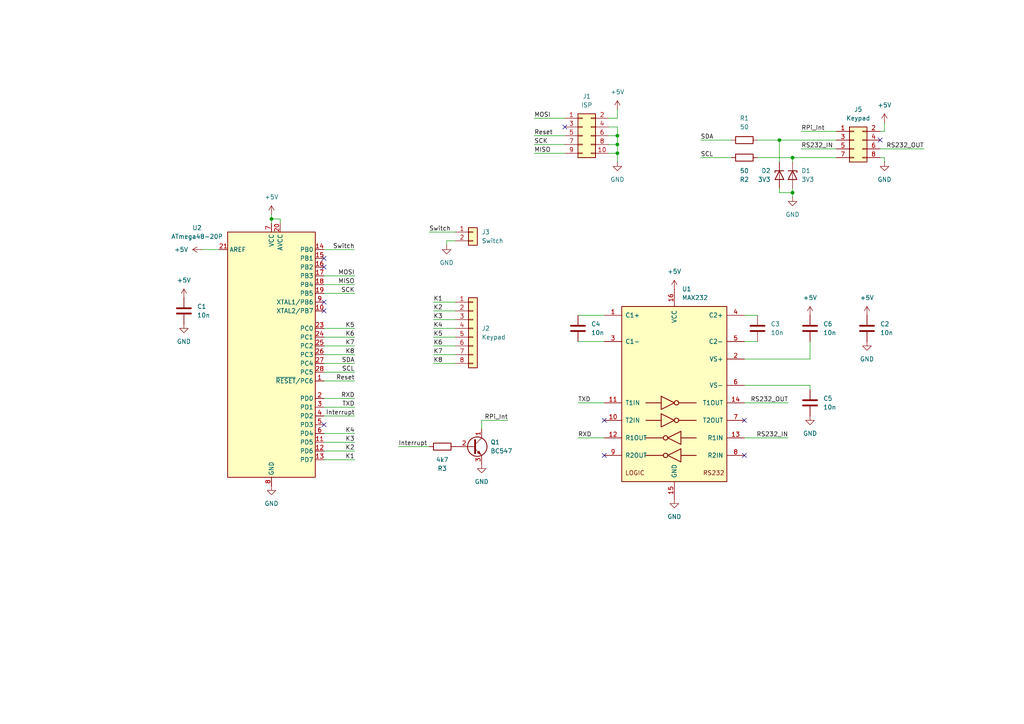
<source format=kicad_sch>
(kicad_sch (version 20231120) (generator "eeschema") (generator_version "8.0")
  (paper "A4")
  (lib_symbols
    (symbol "Connector_Generic:Conn_01x02" (pin_names (offset 1.016) hide)
      (property "Reference" "J" (at 0 2.54 0))
      (property "Value" "Conn_01x02" (at 0 -5.08 0))
      (symbol "Conn_01x02_1_1"
        (rectangle (start -1.27 -2.413) (end 0 -2.667) (stroke (width 0.1524)))
        (rectangle (start -1.27 0.127) (end 0 -0.127) (stroke (width 0.1524)))
        (rectangle (start -1.27 1.27) (end 1.27 -3.81) (stroke (width 0.254)) (fill (type background)))
        (pin passive line (at -5.08 0 0) (length 3.81) (name "Pin_1") (number "1"))
        (pin passive line (at -5.08 -2.54 0) (length 3.81) (name "Pin_2") (number "2"))
      )
    )
    (symbol "Connector_Generic:Conn_01x08" (pin_names (offset 1.016) hide)
      (property "Reference" "J" (at 0 10.16 0))
      (property "Value" "Conn_01x08" (at 0 -12.7 0))
      (symbol "Conn_01x08_1_1"
        (rectangle (start -1.27 -10.033) (end 0 -10.287) (stroke (width 0.1524)))
        (rectangle (start -1.27 -7.493) (end 0 -7.747) (stroke (width 0.1524)))
        (rectangle (start -1.27 -4.953) (end 0 -5.207) (stroke (width 0.1524)))
        (rectangle (start -1.27 -2.413) (end 0 -2.667) (stroke (width 0.1524)))
        (rectangle (start -1.27 0.127) (end 0 -0.127) (stroke (width 0.1524)))
        (rectangle (start -1.27 2.667) (end 0 2.413) (stroke (width 0.1524)))
        (rectangle (start -1.27 5.207) (end 0 4.953) (stroke (width 0.1524)))
        (rectangle (start -1.27 7.747) (end 0 7.493) (stroke (width 0.1524)))
        (rectangle (start -1.27 8.89) (end 1.27 -11.43) (stroke (width 0.254)) (fill (type background)))
        (pin passive line (at -5.08 7.62 0) (length 3.81) (name "Pin_1") (number "1"))
        (pin passive line (at -5.08 5.08 0) (length 3.81) (name "Pin_2") (number "2"))
        (pin passive line (at -5.08 2.54 0) (length 3.81) (name "Pin_3") (number "3"))
        (pin passive line (at -5.08 0 0) (length 3.81) (name "Pin_4") (number "4"))
        (pin passive line (at -5.08 -2.54 0) (length 3.81) (name "Pin_5") (number "5"))
        (pin passive line (at -5.08 -5.08 0) (length 3.81) (name "Pin_6") (number "6"))
        (pin passive line (at -5.08 -7.62 0) (length 3.81) (name "Pin_7") (number "7"))
        (pin passive line (at -5.08 -10.16 0) (length 3.81) (name "Pin_8") (number "8"))
      )
    )
    (symbol "Connector_Generic:Conn_02x04_Odd_Even" (pin_names (offset 1.016) hide)
      (property "Reference" "J" (at 1.27 5.08 0))
      (property "Value" "Conn_02x04_Odd_Even" (at 1.27 -7.62 0))
      (symbol "Conn_02x04_Odd_Even_1_1"
        (rectangle (start -1.27 -4.953) (end 0 -5.207) (stroke (width 0.1524)))
        (rectangle (start -1.27 -2.413) (end 0 -2.667) (stroke (width 0.1524)))
        (rectangle (start -1.27 0.127) (end 0 -0.127) (stroke (width 0.1524)))
        (rectangle (start -1.27 2.667) (end 0 2.413) (stroke (width 0.1524)))
        (rectangle (start -1.27 3.81) (end 3.81 -6.35) (stroke (width 0.254)) (fill (type background)))
        (rectangle (start 3.81 -4.953) (end 2.54 -5.207) (stroke (width 0.1524)))
        (rectangle (start 3.81 -2.413) (end 2.54 -2.667) (stroke (width 0.1524)))
        (rectangle (start 3.81 0.127) (end 2.54 -0.127) (stroke (width 0.1524)))
        (rectangle (start 3.81 2.667) (end 2.54 2.413) (stroke (width 0.1524)))
        (pin passive line (at -5.08 2.54 0) (length 3.81) (name "Pin_1") (number "1"))
        (pin passive line (at 7.62 2.54 180) (length 3.81) (name "Pin_2") (number "2"))
        (pin passive line (at -5.08 0 0) (length 3.81) (name "Pin_3") (number "3"))
        (pin passive line (at 7.62 0 180) (length 3.81) (name "Pin_4") (number "4"))
        (pin passive line (at -5.08 -2.54 0) (length 3.81) (name "Pin_5") (number "5"))
        (pin passive line (at 7.62 -2.54 180) (length 3.81) (name "Pin_6") (number "6"))
        (pin passive line (at -5.08 -5.08 0) (length 3.81) (name "Pin_7") (number "7"))
        (pin passive line (at 7.62 -5.08 180) (length 3.81) (name "Pin_8") (number "8"))
      )
    )
    (symbol "Connector_Generic:Conn_02x05_Odd_Even" (pin_names (offset 1.016) hide)
      (property "Reference" "J" (at 1.27 7.62 0))
      (property "Value" "Conn_02x05_Odd_Even" (at 1.27 -7.62 0))
      (symbol "Conn_02x05_Odd_Even_1_1"
        (rectangle (start -1.27 -4.953) (end 0 -5.207) (stroke (width 0.1524)))
        (rectangle (start -1.27 -2.413) (end 0 -2.667) (stroke (width 0.1524)))
        (rectangle (start -1.27 0.127) (end 0 -0.127) (stroke (width 0.1524)))
        (rectangle (start -1.27 2.667) (end 0 2.413) (stroke (width 0.1524)))
        (rectangle (start -1.27 5.207) (end 0 4.953) (stroke (width 0.1524)))
        (rectangle (start -1.27 6.35) (end 3.81 -6.35) (stroke (width 0.254)) (fill (type background)))
        (rectangle (start 3.81 -4.953) (end 2.54 -5.207) (stroke (width 0.1524)))
        (rectangle (start 3.81 -2.413) (end 2.54 -2.667) (stroke (width 0.1524)))
        (rectangle (start 3.81 0.127) (end 2.54 -0.127) (stroke (width 0.1524)))
        (rectangle (start 3.81 2.667) (end 2.54 2.413) (stroke (width 0.1524)))
        (rectangle (start 3.81 5.207) (end 2.54 4.953) (stroke (width 0.1524)))
        (pin passive line (at -5.08 5.08 0) (length 3.81) (name "Pin_1") (number "1"))
        (pin passive line (at 7.62 -5.08 180) (length 3.81) (name "Pin_10") (number "10"))
        (pin passive line (at 7.62 5.08 180) (length 3.81) (name "Pin_2") (number "2"))
        (pin passive line (at -5.08 2.54 0) (length 3.81) (name "Pin_3") (number "3"))
        (pin passive line (at 7.62 2.54 180) (length 3.81) (name "Pin_4") (number "4"))
        (pin passive line (at -5.08 0 0) (length 3.81) (name "Pin_5") (number "5"))
        (pin passive line (at 7.62 0 180) (length 3.81) (name "Pin_6") (number "6"))
        (pin passive line (at -5.08 -2.54 0) (length 3.81) (name "Pin_7") (number "7"))
        (pin passive line (at 7.62 -2.54 180) (length 3.81) (name "Pin_8") (number "8"))
        (pin passive line (at -5.08 -5.08 0) (length 3.81) (name "Pin_9") (number "9"))
      )
    )
    (symbol "Device:C" (pin_numbers hide) (pin_names (offset 0.254))
      (property "Reference" "C" (at 0.635 2.54 0))
      (property "Value" "C" (at 0.635 -2.54 0))
      (symbol "C_0_1"
        (polyline (pts (xy -2.032 -0.762) (xy 2.032 -0.762)) (stroke (width 0.508)))
        (polyline (pts (xy -2.032 0.762) (xy 2.032 0.762)) (stroke (width 0.508)))
      )
      (symbol "C_1_1"
        (pin passive line (at 0 3.81 270) (length 2.794) (name "~") (number "1"))
        (pin passive line (at 0 -3.81 90) (length 2.794) (name "~") (number "2"))
      )
    )
    (symbol "Device:D_Zener" (pin_numbers hide) (pin_names (offset 1.016) hide)
      (property "Reference" "D" (at 0 2.54 0))
      (property "Value" "D_Zener" (at 0 -2.54 0))
      (symbol "D_Zener_0_1"
        (polyline (pts (xy 1.27 0) (xy -1.27 0)))
        (polyline (pts (xy -1.27 -1.27) (xy -1.27 1.27) (xy -0.762 1.27)) (stroke (width 0.254)))
        (polyline (pts (xy 1.27 -1.27) (xy 1.27 1.27) (xy -1.27 0) (xy 1.27 -1.27)) (stroke (width 0.254)))
      )
      (symbol "D_Zener_1_1"
        (pin passive line (at -3.81 0 0) (length 2.54) (name "K") (number "1"))
        (pin passive line (at 3.81 0 180) (length 2.54) (name "A") (number "2"))
      )
    )
    (symbol "Device:R" (pin_numbers hide) (pin_names (offset 0))
      (property "Reference" "R" (at 2.032 0 90))
      (property "Value" "R" (at 0 0 90))
      (symbol "R_0_1"
        (rectangle (start -1.016 -2.54) (end 1.016 2.54) (stroke (width 0.254)))
      )
      (symbol "R_1_1"
        (pin passive line (at 0 3.81 270) (length 1.27) (name "~") (number "1"))
        (pin passive line (at 0 -3.81 90) (length 1.27) (name "~") (number "2"))
      )
    )
    (symbol "Interface_UART:MAX232" (pin_names (offset 1.016))
      (property "Reference" "U" (at -2.54 28.575 0))
      (property "Value" "MAX232" (at -2.54 26.67 0))
      (symbol "MAX232_0_0"
        (text "LOGIC" (at -11.43 -22.86 0) (effects (font (size 1.27 1.27))))
        (text "RS232" (at 11.43 -22.86 0) (effects (font (size 1.27 1.27))))
      )
      (symbol "MAX232_0_1"
        (rectangle (start -15.24 -25.4) (end 15.24 25.4) (stroke (width 0.254)) (fill (type background)))
        (circle (center -2.54 -17.78) (radius 0.635) (stroke (width 0.254)))
        (circle (center -2.54 -12.7) (radius 0.635) (stroke (width 0.254)))
        (polyline (pts (xy -3.81 -7.62) (xy -8.255 -7.62)) (stroke (width 0.254)))
        (polyline (pts (xy -3.81 -2.54) (xy -8.255 -2.54)) (stroke (width 0.254)))
        (polyline (pts (xy -3.175 -17.78) (xy -8.255 -17.78)) (stroke (width 0.254)))
        (polyline (pts (xy -3.175 -12.7) (xy -8.255 -12.7)) (stroke (width 0.254)))
        (polyline (pts (xy 1.27 -7.62) (xy 6.35 -7.62)) (stroke (width 0.254)))
        (polyline (pts (xy 1.27 -2.54) (xy 6.35 -2.54)) (stroke (width 0.254)))
        (polyline (pts (xy 1.905 -17.78) (xy 6.35 -17.78)) (stroke (width 0.254)))
        (polyline (pts (xy 1.905 -12.7) (xy 6.35 -12.7)) (stroke (width 0.254)))
        (polyline (pts (xy -3.81 -5.715) (xy -3.81 -9.525) (xy 0 -7.62) (xy -3.81 -5.715)) (stroke (width 0.254)))
        (polyline (pts (xy -3.81 -0.635) (xy -3.81 -4.445) (xy 0 -2.54) (xy -3.81 -0.635)) (stroke (width 0.254)))
        (polyline (pts (xy 1.905 -15.875) (xy 1.905 -19.685) (xy -1.905 -17.78) (xy 1.905 -15.875)) (stroke (width 0.254)))
        (polyline (pts (xy 1.905 -10.795) (xy 1.905 -14.605) (xy -1.905 -12.7) (xy 1.905 -10.795)) (stroke (width 0.254)))
        (circle (center 0.635 -7.62) (radius 0.635) (stroke (width 0.254)))
        (circle (center 0.635 -2.54) (radius 0.635) (stroke (width 0.254)))
      )
      (symbol "MAX232_1_1"
        (pin passive line (at -20.32 22.86 0) (length 5.08) (name "C1+") (number "1"))
        (pin input line (at -20.32 -7.62 0) (length 5.08) (name "T2IN") (number "10"))
        (pin input line (at -20.32 -2.54 0) (length 5.08) (name "T1IN") (number "11"))
        (pin output line (at -20.32 -12.7 0) (length 5.08) (name "R1OUT") (number "12"))
        (pin input line (at 20.32 -12.7 180) (length 5.08) (name "R1IN") (number "13"))
        (pin output line (at 20.32 -2.54 180) (length 5.08) (name "T1OUT") (number "14"))
        (pin power_in line (at 0 -30.48 90) (length 5.08) (name "GND") (number "15"))
        (pin power_in line (at 0 30.48 270) (length 5.08) (name "VCC") (number "16"))
        (pin power_out line (at 20.32 10.16 180) (length 5.08) (name "VS+") (number "2"))
        (pin passive line (at -20.32 15.24 0) (length 5.08) (name "C1-") (number "3"))
        (pin passive line (at 20.32 22.86 180) (length 5.08) (name "C2+") (number "4"))
        (pin passive line (at 20.32 15.24 180) (length 5.08) (name "C2-") (number "5"))
        (pin power_out line (at 20.32 2.54 180) (length 5.08) (name "VS-") (number "6"))
        (pin output line (at 20.32 -7.62 180) (length 5.08) (name "T2OUT") (number "7"))
        (pin input line (at 20.32 -17.78 180) (length 5.08) (name "R2IN") (number "8"))
        (pin output line (at -20.32 -17.78 0) (length 5.08) (name "R2OUT") (number "9"))
      )
    )
    (symbol "MCU_Microchip_ATmega:ATmega48-20P"
      (property "Reference" "U" (at -12.7 36.83 0))
      (property "Value" "ATmega48-20P" (at 2.54 -36.83 0))
      (symbol "ATmega48-20P_0_1"
        (rectangle (start -12.7 -35.56) (end 12.7 35.56) (stroke (width 0.254)) (fill (type background)))
      )
      (symbol "ATmega48-20P_1_1"
        (pin bidirectional line (at 15.24 -7.62 180) (length 2.54) (name "~{RESET}/PC6") (number "1"))
        (pin bidirectional line (at 15.24 12.7 180) (length 2.54) (name "XTAL2/PB7") (number "10"))
        (pin bidirectional line (at 15.24 -25.4 180) (length 2.54) (name "PD5") (number "11"))
        (pin bidirectional line (at 15.24 -27.94 180) (length 2.54) (name "PD6") (number "12"))
        (pin bidirectional line (at 15.24 -30.48 180) (length 2.54) (name "PD7") (number "13"))
        (pin bidirectional line (at 15.24 30.48 180) (length 2.54) (name "PB0") (number "14"))
        (pin bidirectional line (at 15.24 27.94 180) (length 2.54) (name "PB1") (number "15"))
        (pin bidirectional line (at 15.24 25.4 180) (length 2.54) (name "PB2") (number "16"))
        (pin bidirectional line (at 15.24 22.86 180) (length 2.54) (name "PB3") (number "17"))
        (pin bidirectional line (at 15.24 20.32 180) (length 2.54) (name "PB4") (number "18"))
        (pin bidirectional line (at 15.24 17.78 180) (length 2.54) (name "PB5") (number "19"))
        (pin bidirectional line (at 15.24 -12.7 180) (length 2.54) (name "PD0") (number "2"))
        (pin power_in line (at 2.54 38.1 270) (length 2.54) (name "AVCC") (number "20"))
        (pin passive line (at -15.24 30.48 0) (length 2.54) (name "AREF") (number "21"))
        (pin passive line (at 0 -38.1 90) (length 2.54) hide (name "GND") (number "22"))
        (pin bidirectional line (at 15.24 7.62 180) (length 2.54) (name "PC0") (number "23"))
        (pin bidirectional line (at 15.24 5.08 180) (length 2.54) (name "PC1") (number "24"))
        (pin bidirectional line (at 15.24 2.54 180) (length 2.54) (name "PC2") (number "25"))
        (pin bidirectional line (at 15.24 0 180) (length 2.54) (name "PC3") (number "26"))
        (pin bidirectional line (at 15.24 -2.54 180) (length 2.54) (name "PC4") (number "27"))
        (pin bidirectional line (at 15.24 -5.08 180) (length 2.54) (name "PC5") (number "28"))
        (pin bidirectional line (at 15.24 -15.24 180) (length 2.54) (name "PD1") (number "3"))
        (pin bidirectional line (at 15.24 -17.78 180) (length 2.54) (name "PD2") (number "4"))
        (pin bidirectional line (at 15.24 -20.32 180) (length 2.54) (name "PD3") (number "5"))
        (pin bidirectional line (at 15.24 -22.86 180) (length 2.54) (name "PD4") (number "6"))
        (pin power_in line (at 0 38.1 270) (length 2.54) (name "VCC") (number "7"))
        (pin power_in line (at 0 -38.1 90) (length 2.54) (name "GND") (number "8"))
        (pin bidirectional line (at 15.24 15.24 180) (length 2.54) (name "XTAL1/PB6") (number "9"))
      )
    )
    (symbol "Transistor_BJT:BC547" (pin_names (offset 0) hide)
      (property "Reference" "Q" (at 5.08 1.905 0))
      (property "Value" "BC547" (at 5.08 0 0))
      (symbol "BC547_0_1"
        (polyline (pts (xy 0 0) (xy 0.635 0)))
        (polyline (pts (xy 0.635 0.635) (xy 2.54 2.54)))
        (polyline (pts (xy 0.635 -0.635) (xy 2.54 -2.54) (xy 2.54 -2.54)))
        (polyline (pts (xy 0.635 1.905) (xy 0.635 -1.905) (xy 0.635 -1.905)) (stroke (width 0.508)))
        (polyline (pts (xy 1.27 -1.778) (xy 1.778 -1.27) (xy 2.286 -2.286) (xy 1.27 -1.778) (xy 1.27 -1.778)) (fill (type outline)))
        (circle (center 1.27 0) (radius 2.8194) (stroke (width 0.254)))
      )
      (symbol "BC547_1_1"
        (pin passive line (at 2.54 5.08 270) (length 2.54) (name "C") (number "1"))
        (pin input line (at -5.08 0 0) (length 5.08) (name "B") (number "2"))
        (pin passive line (at 2.54 -5.08 90) (length 2.54) (name "E") (number "3"))
      )
    )
    (symbol "power:+5V" (power) (pin_numbers hide) (pin_names (offset 0) hide)
      (property "Value" "+5V" (at 0 3.556 0))
      (symbol "+5V_0_1"
        (polyline (pts (xy -0.762 1.27) (xy 0 2.54)))
        (polyline (pts (xy 0 0) (xy 0 2.54)))
        (polyline (pts (xy 0 2.54) (xy 0.762 1.27)))
      )
      (symbol "+5V_1_1"
        (pin power_in line (at 0 0 90) (length 0) (name "~") (number "1"))
      )
    )
    (symbol "power:GND" (power) (pin_numbers hide) (pin_names (offset 0) hide)
      (property "Value" "GND" (at 0 -3.81 0))
      (symbol "GND_0_1"
        (polyline (pts (xy 0 0) (xy 0 -1.27) (xy 1.27 -1.27) (xy 0 -2.54) (xy -1.27 -1.27) (xy 0 -1.27)))
      )
      (symbol "GND_1_1"
        (pin power_in line (at 0 0 270) (length 0) (name "~") (number "1"))
      )
    )
  )
  (junction (at 179.07 39.37))
  (junction (at 179.07 44.45))
  (junction (at 78.74 63.5))
  (junction (at 229.87 55.88))
  (junction (at 179.07 41.91))
  (junction (at 229.87 45.72))
  (junction (at 226.06 40.64))
  (no_connect (at 93.98 87.63))
  (no_connect (at 215.9 121.92))
  (no_connect (at 93.98 74.93))
  (no_connect (at 215.9 132.08))
  (no_connect (at 93.98 90.17))
  (no_connect (at 255.27 40.64))
  (no_connect (at 163.83 36.83))
  (no_connect (at 93.98 123.19))
  (no_connect (at 93.98 77.47))
  (no_connect (at 175.26 132.08))
  (no_connect (at 175.26 121.92))
  (wire (pts (xy 139.7 121.92) (xy 139.7 124.46)))
  (wire (pts (xy 226.06 54.61) (xy 226.06 55.88)))
  (wire (pts (xy 93.98 130.81) (xy 102.87 130.81)))
  (wire (pts (xy 125.73 102.87) (xy 132.08 102.87)))
  (wire (pts (xy 255.27 43.18) (xy 267.97 43.18)))
  (wire (pts (xy 93.98 110.49) (xy 102.87 110.49)))
  (wire (pts (xy 179.07 34.29) (xy 176.53 34.29)))
  (wire (pts (xy 219.71 45.72) (xy 229.87 45.72)))
  (wire (pts (xy 125.73 105.41) (xy 132.08 105.41)))
  (wire (pts (xy 215.9 127) (xy 228.6 127)))
  (wire (pts (xy 93.98 72.39) (xy 102.87 72.39)))
  (wire (pts (xy 93.98 105.41) (xy 102.87 105.41)))
  (wire (pts (xy 154.94 39.37) (xy 163.83 39.37)))
  (wire (pts (xy 93.98 128.27) (xy 102.87 128.27)))
  (wire (pts (xy 215.9 104.14) (xy 234.95 104.14)))
  (wire (pts (xy 255.27 38.1) (xy 256.54 38.1)))
  (wire (pts (xy 219.71 40.64) (xy 226.06 40.64)))
  (wire (pts (xy 129.54 69.85) (xy 132.08 69.85)))
  (wire (pts (xy 176.53 39.37) (xy 179.07 39.37)))
  (wire (pts (xy 125.73 90.17) (xy 132.08 90.17)))
  (wire (pts (xy 154.94 34.29) (xy 163.83 34.29)))
  (wire (pts (xy 234.95 111.76) (xy 234.95 113.03)))
  (wire (pts (xy 129.54 71.12) (xy 129.54 69.85)))
  (wire (pts (xy 255.27 45.72) (xy 256.54 45.72)))
  (wire (pts (xy 78.74 62.23) (xy 78.74 63.5)))
  (wire (pts (xy 215.9 99.06) (xy 219.71 99.06)))
  (wire (pts (xy 229.87 45.72) (xy 229.87 46.99)))
  (wire (pts (xy 93.98 95.25) (xy 102.87 95.25)))
  (wire (pts (xy 58.42 72.39) (xy 63.5 72.39)))
  (wire (pts (xy 124.46 67.31) (xy 132.08 67.31)))
  (wire (pts (xy 226.06 40.64) (xy 226.06 46.99)))
  (wire (pts (xy 93.98 107.95) (xy 102.87 107.95)))
  (wire (pts (xy 176.53 41.91) (xy 179.07 41.91)))
  (wire (pts (xy 139.7 121.92) (xy 147.32 121.92)))
  (wire (pts (xy 81.28 64.77) (xy 81.28 63.5)))
  (wire (pts (xy 93.98 125.73) (xy 102.87 125.73)))
  (wire (pts (xy 125.73 87.63) (xy 132.08 87.63)))
  (wire (pts (xy 78.74 63.5) (xy 78.74 64.77)))
  (wire (pts (xy 93.98 80.01) (xy 102.87 80.01)))
  (wire (pts (xy 203.2 40.64) (xy 212.09 40.64)))
  (wire (pts (xy 226.06 55.88) (xy 229.87 55.88)))
  (wire (pts (xy 93.98 82.55) (xy 102.87 82.55)))
  (wire (pts (xy 229.87 54.61) (xy 229.87 55.88)))
  (wire (pts (xy 167.64 91.44) (xy 175.26 91.44)))
  (wire (pts (xy 93.98 133.35) (xy 102.87 133.35)))
  (wire (pts (xy 167.64 99.06) (xy 175.26 99.06)))
  (wire (pts (xy 256.54 45.72) (xy 256.54 46.99)))
  (wire (pts (xy 215.9 91.44) (xy 219.71 91.44)))
  (wire (pts (xy 176.53 44.45) (xy 179.07 44.45)))
  (wire (pts (xy 179.07 36.83) (xy 179.07 39.37)))
  (wire (pts (xy 125.73 92.71) (xy 132.08 92.71)))
  (wire (pts (xy 93.98 100.33) (xy 102.87 100.33)))
  (wire (pts (xy 154.94 41.91) (xy 163.83 41.91)))
  (wire (pts (xy 167.64 127) (xy 175.26 127)))
  (wire (pts (xy 154.94 44.45) (xy 163.83 44.45)))
  (wire (pts (xy 115.57 129.54) (xy 124.46 129.54)))
  (wire (pts (xy 176.53 36.83) (xy 179.07 36.83)))
  (wire (pts (xy 125.73 95.25) (xy 132.08 95.25)))
  (wire (pts (xy 93.98 118.11) (xy 102.87 118.11)))
  (wire (pts (xy 125.73 97.79) (xy 132.08 97.79)))
  (wire (pts (xy 234.95 104.14) (xy 234.95 99.06)))
  (wire (pts (xy 179.07 39.37) (xy 179.07 41.91)))
  (wire (pts (xy 232.41 38.1) (xy 242.57 38.1)))
  (wire (pts (xy 93.98 115.57) (xy 102.87 115.57)))
  (wire (pts (xy 125.73 100.33) (xy 132.08 100.33)))
  (wire (pts (xy 229.87 45.72) (xy 242.57 45.72)))
  (wire (pts (xy 256.54 35.56) (xy 256.54 38.1)))
  (wire (pts (xy 179.07 44.45) (xy 179.07 46.99)))
  (wire (pts (xy 93.98 97.79) (xy 102.87 97.79)))
  (wire (pts (xy 93.98 120.65) (xy 102.87 120.65)))
  (wire (pts (xy 215.9 111.76) (xy 234.95 111.76)))
  (wire (pts (xy 179.07 31.75) (xy 179.07 34.29)))
  (wire (pts (xy 229.87 55.88) (xy 229.87 57.15)))
  (wire (pts (xy 179.07 41.91) (xy 179.07 44.45)))
  (wire (pts (xy 215.9 116.84) (xy 228.6 116.84)))
  (wire (pts (xy 93.98 85.09) (xy 102.87 85.09)))
  (wire (pts (xy 203.2 45.72) (xy 212.09 45.72)))
  (wire (pts (xy 226.06 40.64) (xy 242.57 40.64)))
  (wire (pts (xy 81.28 63.5) (xy 78.74 63.5)))
  (wire (pts (xy 93.98 102.87) (xy 102.87 102.87)))
  (wire (pts (xy 167.64 116.84) (xy 175.26 116.84)))
  (wire (pts (xy 232.41 43.18) (xy 242.57 43.18)))
  (label "MOSI" (at 154.94 34.29 0))
  (label "SDA" (at 203.2 40.64 0))
  (label "SCL" (at 102.87 107.95 180))
  (label "K4" (at 102.87 125.73 180))
  (label "RXD" (at 167.64 127 0))
  (label "RS232_OUT" (at 228.6 116.84 180))
  (label "SCL" (at 203.2 45.72 0))
  (label "RXD" (at 102.87 115.57 180))
  (label "K8" (at 102.87 102.87 180))
  (label "Interrupt" (at 102.87 120.65 180))
  (label "Switch" (at 124.46 67.31 0))
  (label "K3" (at 125.73 92.71 0))
  (label "Interrupt" (at 115.57 129.54 0))
  (label "K6" (at 125.73 100.33 0))
  (label "Reset" (at 154.94 39.37 0))
  (label "K4" (at 125.73 95.25 0))
  (label "K7" (at 102.87 100.33 180))
  (label "MOSI" (at 102.87 80.01 180))
  (label "RS232_IN" (at 228.6 127 180))
  (label "SCK" (at 154.94 41.91 0))
  (label "Switch" (at 102.87 72.39 180))
  (label "K3" (at 102.87 128.27 180))
  (label "Reset" (at 102.87 110.49 180))
  (label "TXD" (at 102.87 118.11 180))
  (label "RS232_IN" (at 232.41 43.18 0))
  (label "K7" (at 125.73 102.87 0))
  (label "K2" (at 125.73 90.17 0))
  (label "TXD" (at 167.64 116.84 0))
  (label "RS232_OUT" (at 267.97 43.18 180))
  (label "K1" (at 102.87 133.35 180))
  (label "K2" (at 102.87 130.81 180))
  (label "K6" (at 102.87 97.79 180))
  (label "K5" (at 102.87 95.25 180))
  (label "SDA" (at 102.87 105.41 180))
  (label "K8" (at 125.73 105.41 0))
  (label "K1" (at 125.73 87.63 0))
  (label "K5" (at 125.73 97.79 0))
  (label "RPi_Int" (at 232.41 38.1 0))
  (label "MISO" (at 102.87 82.55 180))
  (label "MISO" (at 154.94 44.45 0))
  (label "RPi_Int" (at 147.32 121.92 180))
  (label "SCK" (at 102.87 85.09 180))
  (symbol (lib_id "MCU_Microchip_ATmega:ATmega48-20P") (at 78.74 102.87 0) (unit 1)
    (property "Reference" "U2" (at 57.15 66.0714 0))
    (property "Value" "ATmega48-20P" (at 57.15 68.6114 0))
    (property "Footprint" "Package_DIP:DIP-28_W7.62mm" (effects (hide yes)))
    (property "Datasheet" "http://ww1.microchip.com/downloads/en/DeviceDoc/Atmel-2545-8-bit-AVR-Microcontroller-ATmega48-88-168_Datasheet.pdf" (effects (hide yes)))
    (property "Description" "20MHz, 4kB Flash, 512B SRAM, 256B EEPROM, DIP-28" (effects (hide yes)))
  )
  (symbol (lib_id "Device:C") (at 53.34 90.17 0) (unit 1)
    (property "Reference" "C1" (at 57.15 88.8999 0) (effects (justify left)))
    (property "Value" "10n" (at 57.15 91.4399 0) (effects (justify left)))
    (property "Footprint" "Capacitor_THT:C_Disc_D3.4mm_W2.1mm_P2.50mm" (effects (hide yes)))
    (property "Description" "Unpolarized capacitor" (effects (hide yes)))
  )
  (symbol (lib_id "Device:R") (at 215.9 45.72 90) (mirror x) (unit 1)
    (property "Reference" "R2" (at 215.9 52.07 90))
    (property "Value" "50" (at 215.9 49.53 90))
    (property "Footprint" "Resistor_THT:R_Axial_DIN0204_L3.6mm_D1.6mm_P2.54mm_Vertical" (effects (hide yes)))
    (property "Description" "Resistor" (effects (hide yes)))
  )
  (symbol (lib_id "power:+5V") (at 78.74 62.23 0) (unit 1)
    (property "Reference" "#PWR06" (effects (hide yes)))
    (property "Value" "+5V" (at 78.74 57.15 0))
    (property "Description" "Power symbol creates a global label with name \"+5V\"" (effects (hide yes)))
  )
  (symbol (lib_id "Connector_Generic:Conn_02x05_Odd_Even") (at 168.91 39.37 0) (unit 1)
    (property "Reference" "J1" (at 170.18 27.94 0))
    (property "Value" "ISP" (at 170.18 30.48 0))
    (property "Footprint" "Connector_IDC:IDC-Header_2x05_P2.54mm_Horizontal" (effects (hide yes)))
    (property "Description" "Generic connector, double row, 02x05, odd/even pin numbering scheme (row 1 odd numbers, row 2 even numbers), script generated (kicad-library-utils/schlib/autogen/connector/)" (effects (hide yes)))
  )
  (symbol (lib_id "Connector_Generic:Conn_01x02") (at 137.16 67.31 0) (unit 1)
    (property "Reference" "J3" (at 139.7 67.3099 0) (effects (justify left)))
    (property "Value" "Switch" (at 139.7 69.8499 0) (effects (justify left)))
    (property "Footprint" "Connector_PinHeader_1.00mm:PinHeader_1x02_P1.00mm_Horizontal" (effects (hide yes)))
    (property "Description" "Generic connector, single row, 01x02, script generated (kicad-library-utils/schlib/autogen/connector/)" (effects (hide yes)))
  )
  (symbol (lib_id "power:GND") (at 129.54 71.12 0) (unit 1)
    (property "Reference" "#PWR07" (effects (hide yes)))
    (property "Value" "GND" (at 129.54 76.2 0))
    (property "Description" "Power symbol creates a global label with name \"GND\" , ground" (effects (hide yes)))
  )
  (symbol (lib_id "power:GND") (at 229.87 57.15 0) (unit 1)
    (property "Reference" "#PWR017" (effects (hide yes)))
    (property "Value" "GND" (at 229.87 62.23 0))
    (property "Description" "Power symbol creates a global label with name \"GND\" , ground" (effects (hide yes)))
  )
  (symbol (lib_id "Device:C") (at 167.64 95.25 0) (unit 1)
    (property "Reference" "C4" (at 171.45 93.9799 0) (effects (justify left)))
    (property "Value" "10n" (at 171.45 96.5199 0) (effects (justify left)))
    (property "Footprint" "Capacitor_THT:C_Disc_D3.4mm_W2.1mm_P2.50mm" (effects (hide yes)))
    (property "Description" "Unpolarized capacitor" (effects (hide yes)))
  )
  (symbol (lib_id "power:+5V") (at 251.46 91.44 0) (unit 1)
    (property "Reference" "#PWR011" (effects (hide yes)))
    (property "Value" "+5V" (at 251.46 86.36 0))
    (property "Description" "Power symbol creates a global label with name \"+5V\"" (effects (hide yes)))
  )
  (symbol (lib_id "Device:R") (at 128.27 129.54 270) (mirror x) (unit 1)
    (property "Reference" "R3" (at 128.27 135.89 90))
    (property "Value" "4k7" (at 128.27 133.35 90))
    (property "Footprint" "Resistor_THT:R_Axial_DIN0207_L6.3mm_D2.5mm_P2.54mm_Vertical" (effects (hide yes)))
    (property "Description" "Resistor" (effects (hide yes)))
  )
  (symbol (lib_id "Device:C") (at 234.95 116.84 0) (unit 1)
    (property "Reference" "C5" (at 238.76 115.5699 0) (effects (justify left)))
    (property "Value" "10n" (at 238.76 118.1099 0) (effects (justify left)))
    (property "Footprint" "Capacitor_THT:C_Disc_D3.4mm_W2.1mm_P2.50mm" (effects (hide yes)))
    (property "Description" "Unpolarized capacitor" (effects (hide yes)))
  )
  (symbol (lib_id "Connector_Generic:Conn_02x04_Odd_Even") (at 247.65 40.64 0) (unit 1)
    (property "Reference" "J5" (at 248.92 31.75 0))
    (property "Value" "Keypad" (at 248.92 34.29 0))
    (property "Description" "Generic connector, double row, 02x04, odd/even pin numbering scheme (row 1 odd numbers, row 2 even numbers), script generated (kicad-library-utils/schlib/autogen/connector/)" (effects (hide yes)))
  )
  (symbol (lib_id "power:+5V") (at 58.42 72.39 90) (unit 1)
    (property "Reference" "#PWR08" (effects (hide yes)))
    (property "Value" "+5V" (at 54.61 72.3899 90) (effects (justify left)))
    (property "Description" "Power symbol creates a global label with name \"+5V\"" (effects (hide yes)))
  )
  (symbol (lib_id "Device:D_Zener") (at 229.87 50.8 270) (unit 1)
    (property "Reference" "D1" (at 232.41 49.5299 90) (effects (justify left)))
    (property "Value" "3V3" (at 232.41 52.0699 90) (effects (justify left)))
    (property "Footprint" "Diode_THT:D_DO-34_SOD68_P7.62mm_Horizontal" (effects (hide yes)))
    (property "Description" "Zener diode" (effects (hide yes)))
  )
  (symbol (lib_id "Transistor_BJT:BC547") (at 137.16 129.54 0) (unit 1)
    (property "Reference" "Q1" (at 142.24 128.2699 0) (effects (justify left)))
    (property "Value" "BC547" (at 142.24 130.8099 0) (effects (justify left)))
    (property "Footprint" "Package_TO_SOT_THT:TO-92L_Inline" (effects (hide yes)))
    (property "Datasheet" "https://www.onsemi.com/pub/Collateral/BC550-D.pdf" (effects (hide yes)))
    (property "Description" "0.1A Ic, 45V Vce, Small Signal NPN Transistor, TO-92" (effects (hide yes)))
  )
  (symbol (lib_id "power:GND") (at 251.46 99.06 0) (unit 1)
    (property "Reference" "#PWR012" (effects (hide yes)))
    (property "Value" "GND" (at 251.46 104.14 0))
    (property "Description" "Power symbol creates a global label with name \"GND\" , ground" (effects (hide yes)))
  )
  (symbol (lib_id "Interface_UART:MAX232") (at 195.58 114.3 0) (unit 1)
    (property "Reference" "U1" (at 197.7741 83.82 0) (effects (justify left)))
    (property "Value" "MAX232" (at 197.7741 86.36 0) (effects (justify left)))
    (property "Footprint" "Package_DIP:DIP-16_W7.62mm" (effects (hide yes)))
    (property "Datasheet" "http://www.ti.com/lit/ds/symlink/max232.pdf" (effects (hide yes)))
    (property "Description" "Dual RS232 driver/receiver, 5V supply, 120kb/s, 0C-70C" (effects (hide yes)))
  )
  (symbol (lib_id "power:GND") (at 53.34 93.98 0) (unit 1)
    (property "Reference" "#PWR010" (effects (hide yes)))
    (property "Value" "GND" (at 53.34 99.06 0))
    (property "Description" "Power symbol creates a global label with name \"GND\" , ground" (effects (hide yes)))
  )
  (symbol (lib_id "power:GND") (at 179.07 46.99 0) (unit 1)
    (property "Reference" "#PWR02" (effects (hide yes)))
    (property "Value" "GND" (at 179.07 52.07 0))
    (property "Description" "Power symbol creates a global label with name \"GND\" , ground" (effects (hide yes)))
  )
  (symbol (lib_id "power:GND") (at 139.7 134.62 0) (unit 1)
    (property "Reference" "#PWR018" (effects (hide yes)))
    (property "Value" "GND" (at 139.7 139.7 0))
    (property "Description" "Power symbol creates a global label with name \"GND\" , ground" (effects (hide yes)))
  )
  (symbol (lib_id "Device:C") (at 219.71 95.25 0) (unit 1)
    (property "Reference" "C3" (at 223.52 93.9799 0) (effects (justify left)))
    (property "Value" "10n" (at 223.52 96.5199 0) (effects (justify left)))
    (property "Footprint" "Capacitor_THT:C_Disc_D3.4mm_W2.1mm_P2.50mm" (effects (hide yes)))
    (property "Description" "Unpolarized capacitor" (effects (hide yes)))
  )
  (symbol (lib_id "power:+5V") (at 179.07 31.75 0) (unit 1)
    (property "Reference" "#PWR01" (effects (hide yes)))
    (property "Value" "+5V" (at 179.07 26.67 0))
    (property "Description" "Power symbol creates a global label with name \"+5V\"" (effects (hide yes)))
  )
  (symbol (lib_id "Device:D_Zener") (at 226.06 50.8 90) (mirror x) (unit 1)
    (property "Reference" "D2" (at 223.52 49.5299 90) (effects (justify left)))
    (property "Value" "3V3" (at 223.52 52.0699 90) (effects (justify left)))
    (property "Footprint" "Diode_THT:D_DO-34_SOD68_P7.62mm_Horizontal" (effects (hide yes)))
    (property "Description" "Zener diode" (effects (hide yes)))
  )
  (symbol (lib_id "Device:C") (at 251.46 95.25 0) (unit 1)
    (property "Reference" "C2" (at 255.27 93.9799 0) (effects (justify left)))
    (property "Value" "10n" (at 255.27 96.5199 0) (effects (justify left)))
    (property "Footprint" "Capacitor_THT:C_Disc_D3.4mm_W2.1mm_P2.50mm" (effects (hide yes)))
    (property "Description" "Unpolarized capacitor" (effects (hide yes)))
  )
  (symbol (lib_id "power:+5V") (at 53.34 86.36 0) (unit 1)
    (property "Reference" "#PWR09" (effects (hide yes)))
    (property "Value" "+5V" (at 53.34 81.28 0))
    (property "Description" "Power symbol creates a global label with name \"+5V\"" (effects (hide yes)))
  )
  (symbol (lib_id "Connector_Generic:Conn_01x08") (at 137.16 95.25 0) (unit 1)
    (property "Reference" "J2" (at 139.7 95.2499 0) (effects (justify left)))
    (property "Value" "Keypad" (at 139.7 97.7899 0) (effects (justify left)))
    (property "Footprint" "Connector_PinHeader_1.00mm:PinHeader_1x08_P1.00mm_Horizontal" (effects (hide yes)))
    (property "Description" "Generic connector, single row, 01x08, script generated (kicad-library-utils/schlib/autogen/connector/)" (effects (hide yes)))
  )
  (symbol (lib_id "power:GND") (at 195.58 144.78 0) (unit 1)
    (property "Reference" "#PWR03" (effects (hide yes)))
    (property "Value" "GND" (at 195.58 149.86 0))
    (property "Description" "Power symbol creates a global label with name \"GND\" , ground" (effects (hide yes)))
  )
  (symbol (lib_id "power:GND") (at 256.54 46.99 0) (unit 1)
    (property "Reference" "#PWR015" (effects (hide yes)))
    (property "Value" "GND" (at 256.54 52.07 0))
    (property "Description" "Power symbol creates a global label with name \"GND\" , ground" (effects (hide yes)))
  )
  (symbol (lib_id "power:+5V") (at 195.58 83.82 0) (unit 1)
    (property "Reference" "#PWR05" (effects (hide yes)))
    (property "Value" "+5V" (at 195.58 78.74 0))
    (property "Description" "Power symbol creates a global label with name \"+5V\"" (effects (hide yes)))
  )
  (symbol (lib_id "power:GND") (at 234.95 120.65 0) (unit 1)
    (property "Reference" "#PWR013" (effects (hide yes)))
    (property "Value" "GND" (at 234.95 125.73 0))
    (property "Description" "Power symbol creates a global label with name \"GND\" , ground" (effects (hide yes)))
  )
  (symbol (lib_id "power:+5V") (at 256.54 35.56 0) (unit 1)
    (property "Reference" "#PWR016" (effects (hide yes)))
    (property "Value" "+5V" (at 256.54 30.48 0))
    (property "Description" "Power symbol creates a global label with name \"+5V\"" (effects (hide yes)))
  )
  (symbol (lib_id "power:GND") (at 78.74 140.97 0) (unit 1)
    (property "Reference" "#PWR04" (effects (hide yes)))
    (property "Value" "GND" (at 78.74 146.05 0))
    (property "Description" "Power symbol creates a global label with name \"GND\" , ground" (effects (hide yes)))
  )
  (symbol (lib_id "Device:R") (at 215.9 40.64 90) (unit 1)
    (property "Reference" "R1" (at 215.9 34.29 90))
    (property "Value" "50" (at 215.9 36.83 90))
    (property "Footprint" "Resistor_THT:R_Axial_DIN0204_L3.6mm_D1.6mm_P2.54mm_Vertical" (effects (hide yes)))
    (property "Description" "Resistor" (effects (hide yes)))
  )
  (symbol (lib_id "Device:C") (at 234.95 95.25 180) (unit 1)
    (property "Reference" "C6" (at 238.76 93.9799 0) (effects (justify right)))
    (property "Value" "10n" (at 238.76 96.5199 0) (effects (justify right)))
    (property "Footprint" "Capacitor_THT:C_Disc_D3.4mm_W2.1mm_P2.50mm" (effects (hide yes)))
    (property "Description" "Unpolarized capacitor" (effects (hide yes)))
  )
  (symbol (lib_id "power:+5V") (at 234.95 91.44 0) (unit 1)
    (property "Reference" "#PWR014" (effects (hide yes)))
    (property "Value" "+5V" (at 234.95 86.36 0))
    (property "Description" "Power symbol creates a global label with name \"+5V\"" (effects (hide yes)))
  )
)
</source>
